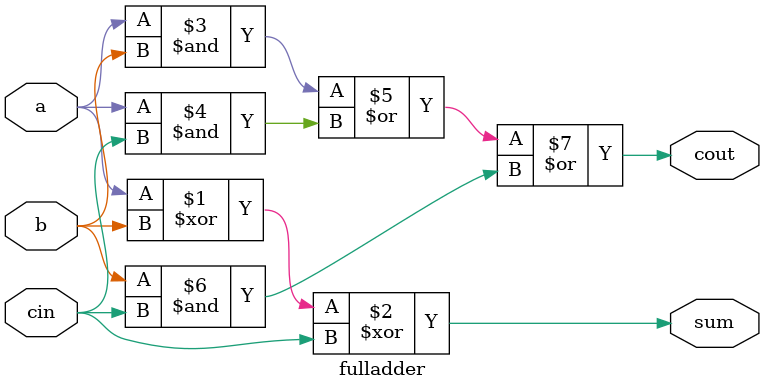
<source format=sv>
module fulladder(input logic a, b, cin,
	output logic sum, cout);

//sum is on if one or three inputs are on
assign sum = a ^ b ^ cin;

//cout is on if two inputs are on
assign cout = a & b | 
	a & cin | 
	b & cin;

endmodule


</source>
